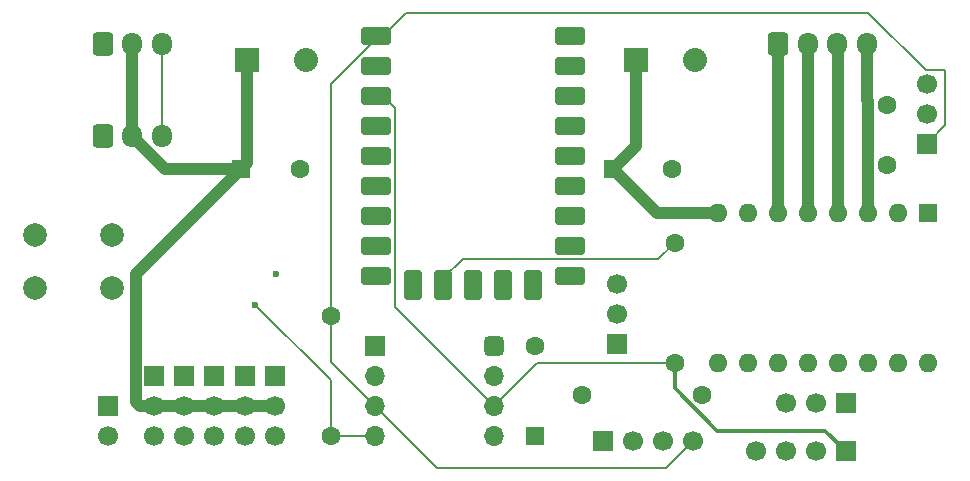
<source format=gbr>
%TF.GenerationSoftware,KiCad,Pcbnew,9.0.2-rc1*%
%TF.CreationDate,2025-05-07T10:44:18+01:00*%
%TF.ProjectId,Astro Droid BodyNeck,41737472-6f20-4447-926f-696420426f64,rev?*%
%TF.SameCoordinates,Original*%
%TF.FileFunction,Copper,L1,Top*%
%TF.FilePolarity,Positive*%
%FSLAX46Y46*%
G04 Gerber Fmt 4.6, Leading zero omitted, Abs format (unit mm)*
G04 Created by KiCad (PCBNEW 9.0.2-rc1) date 2025-05-07 10:44:18*
%MOMM*%
%LPD*%
G01*
G04 APERTURE LIST*
G04 Aperture macros list*
%AMRoundRect*
0 Rectangle with rounded corners*
0 $1 Rounding radius*
0 $2 $3 $4 $5 $6 $7 $8 $9 X,Y pos of 4 corners*
0 Add a 4 corners polygon primitive as box body*
4,1,4,$2,$3,$4,$5,$6,$7,$8,$9,$2,$3,0*
0 Add four circle primitives for the rounded corners*
1,1,$1+$1,$2,$3*
1,1,$1+$1,$4,$5*
1,1,$1+$1,$6,$7*
1,1,$1+$1,$8,$9*
0 Add four rect primitives between the rounded corners*
20,1,$1+$1,$2,$3,$4,$5,0*
20,1,$1+$1,$4,$5,$6,$7,0*
20,1,$1+$1,$6,$7,$8,$9,0*
20,1,$1+$1,$8,$9,$2,$3,0*%
G04 Aperture macros list end*
%TA.AperFunction,ComponentPad*%
%ADD10C,1.600000*%
%TD*%
%TA.AperFunction,ComponentPad*%
%ADD11RoundRect,0.250000X-0.550000X-0.550000X0.550000X-0.550000X0.550000X0.550000X-0.550000X0.550000X0*%
%TD*%
%TA.AperFunction,ComponentPad*%
%ADD12R,1.700000X1.700000*%
%TD*%
%TA.AperFunction,ComponentPad*%
%ADD13C,1.700000*%
%TD*%
%TA.AperFunction,ComponentPad*%
%ADD14C,2.000000*%
%TD*%
%TA.AperFunction,ComponentPad*%
%ADD15RoundRect,0.400000X-0.900000X-0.400000X0.900000X-0.400000X0.900000X0.400000X-0.900000X0.400000X0*%
%TD*%
%TA.AperFunction,ComponentPad*%
%ADD16RoundRect,0.400050X-0.899950X-0.400050X0.899950X-0.400050X0.899950X0.400050X-0.899950X0.400050X0*%
%TD*%
%TA.AperFunction,ComponentPad*%
%ADD17RoundRect,0.400000X-0.400000X-0.900000X0.400000X-0.900000X0.400000X0.900000X-0.400000X0.900000X0*%
%TD*%
%TA.AperFunction,ComponentPad*%
%ADD18RoundRect,0.393700X-0.393700X-0.906300X0.393700X-0.906300X0.393700X0.906300X-0.393700X0.906300X0*%
%TD*%
%TA.AperFunction,ComponentPad*%
%ADD19RoundRect,0.250000X0.550000X-0.550000X0.550000X0.550000X-0.550000X0.550000X-0.550000X-0.550000X0*%
%TD*%
%TA.AperFunction,ComponentPad*%
%ADD20RoundRect,0.250000X-0.600000X-0.725000X0.600000X-0.725000X0.600000X0.725000X-0.600000X0.725000X0*%
%TD*%
%TA.AperFunction,ComponentPad*%
%ADD21O,1.700000X1.950000*%
%TD*%
%TA.AperFunction,ComponentPad*%
%ADD22O,1.700000X1.700000*%
%TD*%
%TA.AperFunction,ComponentPad*%
%ADD23RoundRect,0.425000X-0.425000X-0.425000X0.425000X-0.425000X0.425000X0.425000X-0.425000X0.425000X0*%
%TD*%
%TA.AperFunction,ComponentPad*%
%ADD24R,2.032000X2.032000*%
%TD*%
%TA.AperFunction,ComponentPad*%
%ADD25C,2.032000*%
%TD*%
%TA.AperFunction,ComponentPad*%
%ADD26R,1.600000X1.600000*%
%TD*%
%TA.AperFunction,ComponentPad*%
%ADD27O,1.600000X1.600000*%
%TD*%
%TA.AperFunction,ViaPad*%
%ADD28C,0.600000*%
%TD*%
%TA.AperFunction,Conductor*%
%ADD29C,0.300000*%
%TD*%
%TA.AperFunction,Conductor*%
%ADD30C,0.200000*%
%TD*%
%TA.AperFunction,Conductor*%
%ADD31C,1.000000*%
%TD*%
G04 APERTURE END LIST*
D10*
%TO.P,C3,2*%
%TO.N,GNDA*%
X68129349Y-69850000D03*
D11*
%TO.P,C3,1*%
%TO.N,+6V*%
X63129349Y-69850000D03*
%TD*%
D12*
%TO.P,WS2812B-1,1,Out*%
%TO.N,Net-(WS2812B-1-Out)*%
X93780000Y-92860000D03*
D13*
%TO.P,WS2812B-1,2,Gnd*%
%TO.N,GND*%
X96320000Y-92860000D03*
%TO.P,WS2812B-1,3,In*%
%TO.N,Net-(WS2812B-1-In)*%
X98860000Y-92860000D03*
%TO.P,WS2812B-1,4,VDD*%
%TO.N,+5V*%
X101400000Y-92860000D03*
%TD*%
D12*
%TO.P,J6,1,Pin_1*%
%TO.N,+3V3*%
X114300000Y-93760000D03*
D13*
%TO.P,J6,2,Pin_2*%
%TO.N,/step_sleep*%
X111760000Y-93760000D03*
%TO.P,J6,3,Pin_3*%
%TO.N,GND*%
X109220000Y-93760000D03*
%TO.P,J6,4,Pin_4*%
X106680000Y-93760000D03*
%TD*%
D12*
%TO.P,J5,1,Pin_1*%
%TO.N,+3V3*%
X114300000Y-89662000D03*
D13*
%TO.P,J5,2,Pin_2*%
%TO.N,/step_sleep*%
X111760000Y-89662000D03*
%TO.P,J5,3,Pin_3*%
%TO.N,GND*%
X109220000Y-89662000D03*
%TD*%
D10*
%TO.P,C1,1*%
%TO.N,GND*%
X117805200Y-69494400D03*
%TO.P,C1,2*%
%TO.N,/hall_sensor*%
X117805200Y-64494400D03*
%TD*%
D14*
%TO.P,SW1,1,A*%
%TO.N,/sw*%
X45645000Y-75474000D03*
X52145000Y-75474000D03*
%TO.P,SW1,2,B*%
%TO.N,GND*%
X45645000Y-79974000D03*
X52145000Y-79974000D03*
%TD*%
D15*
%TO.P,RZ1,0,GP0*%
%TO.N,/TX*%
X90961000Y-58599000D03*
%TO.P,RZ1,1,GP1*%
%TO.N,/RX*%
X90961000Y-61139000D03*
%TO.P,RZ1,2,GP2*%
%TO.N,/step_step*%
X90961000Y-63679000D03*
%TO.P,RZ1,3,GP3*%
X90961000Y-66219000D03*
%TO.P,RZ1,4,GP4*%
%TO.N,/step_dir*%
X90961000Y-68759000D03*
D16*
%TO.P,RZ1,5,GP5*%
%TO.N,/PWM2B*%
X90961000Y-71299000D03*
%TO.P,RZ1,6,GP6*%
%TO.N,/step_sleep*%
X90961000Y-73839000D03*
%TO.P,RZ1,7,GP7*%
%TO.N,/PWM3B*%
X90961000Y-76379000D03*
%TO.P,RZ1,8,GP8*%
%TO.N,Net-(D2-A)*%
X90961000Y-78919000D03*
D17*
%TO.P,RZ1,9,GP9*%
%TO.N,/BusServoSig*%
X87821000Y-79729000D03*
D18*
%TO.P,RZ1,10,GP10*%
%TO.N,/WS2812B*%
X85281000Y-79729000D03*
%TO.P,RZ1,11,GP11*%
%TO.N,/PWM5B*%
X82741000Y-79729000D03*
%TO.P,RZ1,12,GP12*%
%TO.N,/hall_sensor*%
X80201000Y-79729000D03*
%TO.P,RZ1,13,GP13*%
%TO.N,/PWM6B*%
X77661000Y-79729000D03*
D16*
%TO.P,RZ1,14,GP14*%
%TO.N,/sw*%
X74521000Y-78919000D03*
%TO.P,RZ1,15,GP15*%
%TO.N,/PWM7B*%
X74521000Y-76379000D03*
%TO.P,RZ1,26,GP26*%
%TO.N,/step_m0*%
X74521000Y-73839000D03*
%TO.P,RZ1,27,GP27*%
%TO.N,/step_m1*%
X74521000Y-71299000D03*
%TO.P,RZ1,28,GP28*%
%TO.N,/step_m2*%
X74521000Y-68759000D03*
%TO.P,RZ1,29,GP29*%
%TO.N,unconnected-(RZ1-GP29-Pad29)*%
X74521000Y-66219000D03*
%TO.P,RZ1,30,3V3*%
%TO.N,+3V3*%
X74521000Y-63679000D03*
%TO.P,RZ1,31,GND*%
%TO.N,GND*%
X74521000Y-61139000D03*
%TO.P,RZ1,32,5V*%
%TO.N,+5V*%
X74521000Y-58599000D03*
%TD*%
D10*
%TO.P,R1,1*%
%TO.N,+5V*%
X70680000Y-82310000D03*
%TO.P,R1,2*%
%TO.N,/BusServoSigH*%
X70680000Y-92470000D03*
%TD*%
D19*
%TO.P,D2,1,K*%
%TO.N,/BusServoSig*%
X88011000Y-92506800D03*
D10*
%TO.P,D2,2,A*%
%TO.N,Net-(D2-A)*%
X88011000Y-84886800D03*
%TD*%
D13*
%TO.P,SV5,3,Pin_3*%
%TO.N,GNDA*%
X63398400Y-92456000D03*
%TO.P,SV5,2,Pin_2*%
%TO.N,+6V*%
X63398400Y-89916000D03*
D12*
%TO.P,SV5,1,Pin_1*%
%TO.N,/PWM6B*%
X63398400Y-87376000D03*
%TD*%
D10*
%TO.P,R3,1*%
%TO.N,+3V3*%
X99800000Y-86270000D03*
%TO.P,R3,2*%
%TO.N,/hall_sensor*%
X99800000Y-76110000D03*
%TD*%
D12*
%TO.P,J4,1,Pin_1*%
%TO.N,+5V*%
X121158000Y-67767200D03*
D13*
%TO.P,J4,2,Pin_2*%
%TO.N,GND*%
X121158000Y-65227200D03*
%TO.P,J4,3,Pin_3*%
%TO.N,/hall_sensor*%
X121158000Y-62687200D03*
%TD*%
D20*
%TO.P,J1,1,Pin_1*%
%TO.N,Net-(A1-B2)*%
X108578000Y-59256000D03*
D21*
%TO.P,J1,2,Pin_2*%
%TO.N,Net-(A1-B1)*%
X111078000Y-59256000D03*
%TO.P,J1,3,Pin_3*%
%TO.N,Net-(A1-A1)*%
X113578000Y-59256000D03*
%TO.P,J1,4,Pin_4*%
%TO.N,Net-(A1-A2)*%
X116078000Y-59256000D03*
%TD*%
D13*
%TO.P,SV3,3,Pin_3*%
%TO.N,GNDA*%
X60833000Y-92456000D03*
%TO.P,SV3,2,Pin_2*%
%TO.N,+6V*%
X60833000Y-89916000D03*
D12*
%TO.P,SV3,1,Pin_1*%
%TO.N,/PWM5B*%
X60833000Y-87376000D03*
%TD*%
D20*
%TO.P,BS2,1,Pin_1*%
%TO.N,GNDA*%
X51388000Y-67056000D03*
D21*
%TO.P,BS2,2,Pin_2*%
%TO.N,+6V*%
X53888000Y-67056000D03*
%TO.P,BS2,3,Pin_3*%
%TO.N,/BusServoSigH*%
X56388000Y-67056000D03*
%TD*%
D12*
%TO.P,SV2,1,Pin_1*%
%TO.N,/PWM3B*%
X58293000Y-87376000D03*
D13*
%TO.P,SV2,2,Pin_2*%
%TO.N,+6V*%
X58293000Y-89916000D03*
%TO.P,SV2,3,Pin_3*%
%TO.N,GNDA*%
X58293000Y-92456000D03*
%TD*%
%TO.P,SV4,3,Pin_3*%
%TO.N,GNDA*%
X65938400Y-92456000D03*
%TO.P,SV4,2,Pin_2*%
%TO.N,+6V*%
X65938400Y-89916000D03*
D12*
%TO.P,SV4,1,Pin_1*%
%TO.N,/PWM7B*%
X65938400Y-87376000D03*
%TD*%
D13*
%TO.P,SV1,3,Pin_3*%
%TO.N,GNDA*%
X55753000Y-92456000D03*
%TO.P,SV1,2,Pin_2*%
%TO.N,+6V*%
X55753000Y-89916000D03*
D12*
%TO.P,SV1,1,Pin_1*%
%TO.N,/PWM2B*%
X55753000Y-87376000D03*
%TD*%
D10*
%TO.P,R2,1*%
%TO.N,/WS2812BH*%
X91998800Y-89001600D03*
%TO.P,R2,2*%
%TO.N,Net-(WS2812B-1-In)*%
X102158800Y-89001600D03*
%TD*%
D12*
%TO.P,U1,1,HV2*%
%TO.N,/WS2812BH*%
X74422000Y-84836000D03*
D22*
%TO.P,U1,2,GND*%
%TO.N,GND*%
X74422000Y-87376000D03*
%TO.P,U1,3,HV*%
%TO.N,+5V*%
X74422000Y-89916000D03*
%TO.P,U1,4,HV1*%
%TO.N,/BusServoSigH*%
X74422000Y-92456000D03*
%TO.P,U1,5,LV1*%
%TO.N,/BusServoSig*%
X84480400Y-92487200D03*
%TO.P,U1,6,LV*%
%TO.N,+3V3*%
X84480400Y-89947200D03*
%TO.P,U1,7,GND*%
%TO.N,GND*%
X84480400Y-87407200D03*
D23*
%TO.P,U1,8,LV2*%
%TO.N,/WS2812B*%
X84480400Y-84867200D03*
%TD*%
D11*
%TO.P,C2,1*%
%TO.N,+12V*%
X94625349Y-69850000D03*
D10*
%TO.P,C2,2*%
%TO.N,GNDA*%
X99625349Y-69850000D03*
%TD*%
D24*
%TO.P,P2,1,Pin_1*%
%TO.N,+12V*%
X96560640Y-60681220D03*
D25*
%TO.P,P2,2,Pin_2*%
%TO.N,GNDA*%
X101559360Y-60681220D03*
%TD*%
D24*
%TO.P,P3,1,Pin_1*%
%TO.N,+6V*%
X63606680Y-60681220D03*
D25*
%TO.P,P3,2,Pin_2*%
%TO.N,GNDA*%
X68605400Y-60681220D03*
%TD*%
D12*
%TO.P,J2,1,Pin_1*%
%TO.N,/TX*%
X94920000Y-84660000D03*
D13*
%TO.P,J2,2,Pin_2*%
%TO.N,/RX*%
X94920000Y-82120000D03*
%TO.P,J2,3,Pin_3*%
%TO.N,GND*%
X94920000Y-79580000D03*
%TD*%
D26*
%TO.P,A1,1,GND*%
%TO.N,GND*%
X121259600Y-73558400D03*
D27*
%TO.P,A1,2,~{FLT}*%
%TO.N,unconnected-(A1-~{FLT}-Pad2)*%
X118719600Y-73558400D03*
%TO.P,A1,3,A2*%
%TO.N,Net-(A1-A2)*%
X116179600Y-73558400D03*
%TO.P,A1,4,A1*%
%TO.N,Net-(A1-A1)*%
X113639600Y-73558400D03*
%TO.P,A1,5,B1*%
%TO.N,Net-(A1-B1)*%
X111099600Y-73558400D03*
%TO.P,A1,6,B2*%
%TO.N,Net-(A1-B2)*%
X108559600Y-73558400D03*
%TO.P,A1,7,GND*%
%TO.N,GNDA*%
X106019600Y-73558400D03*
%TO.P,A1,8,VMOT*%
%TO.N,+12V*%
X103479600Y-73558400D03*
%TO.P,A1,9,~{EN}*%
%TO.N,GND*%
X103479600Y-86258400D03*
%TO.P,A1,10,M0*%
%TO.N,/step_m0*%
X106019600Y-86258400D03*
%TO.P,A1,11,M1*%
%TO.N,/step_m1*%
X108559600Y-86258400D03*
%TO.P,A1,12,M2*%
%TO.N,/step_m2*%
X111099600Y-86258400D03*
%TO.P,A1,13,~{RST}*%
%TO.N,+3V3*%
X113639600Y-86258400D03*
%TO.P,A1,14,~{SLP}*%
%TO.N,/step_sleep*%
X116179600Y-86258400D03*
%TO.P,A1,15,STEP*%
%TO.N,/step_step*%
X118719600Y-86258400D03*
%TO.P,A1,16,DIR*%
%TO.N,/step_dir*%
X121259600Y-86258400D03*
%TD*%
D20*
%TO.P,BS1,1,Pin_1*%
%TO.N,GNDA*%
X51388000Y-59256000D03*
D21*
%TO.P,BS1,2,Pin_2*%
%TO.N,+6V*%
X53888000Y-59256000D03*
%TO.P,BS1,3,Pin_3*%
%TO.N,/BusServoSigH*%
X56388000Y-59256000D03*
%TD*%
D12*
%TO.P,J3,1,Pin_1*%
%TO.N,GND*%
X51866800Y-89916000D03*
D13*
%TO.P,J3,2,Pin_2*%
%TO.N,GNDA*%
X51866800Y-92456000D03*
%TD*%
D28*
%TO.N,/BusServoSigH*%
X64270000Y-81360000D03*
%TO.N,/sw*%
X66040000Y-78740000D03*
%TD*%
D29*
%TO.N,+3V3*%
X114300000Y-93760000D02*
X112580000Y-92040000D01*
X112580000Y-92040000D02*
X103428018Y-92040000D01*
X103428018Y-92040000D02*
X99800000Y-88411982D01*
X99800000Y-88411982D02*
X99800000Y-86270000D01*
D30*
%TO.N,/BusServoSigH*%
X70680000Y-92470000D02*
X70770000Y-92470000D01*
X70784000Y-92456000D02*
X74422000Y-92456000D01*
X70770000Y-92470000D02*
X70784000Y-92456000D01*
X64270000Y-81360000D02*
X70680000Y-87770000D01*
X70680000Y-87770000D02*
X70680000Y-92470000D01*
X56388000Y-59256000D02*
X56388000Y-67056000D01*
%TO.N,+5V*%
X101400000Y-92860000D02*
X99042000Y-95218000D01*
X99042000Y-95218000D02*
X79724000Y-95218000D01*
X79724000Y-95218000D02*
X74422000Y-89916000D01*
X70680000Y-82310000D02*
X70680000Y-86174000D01*
X70680000Y-86174000D02*
X74422000Y-89916000D01*
X75121000Y-58599000D02*
X74769564Y-58599000D01*
X74769564Y-58599000D02*
X70680000Y-62688564D01*
X70680000Y-62688564D02*
X70680000Y-82310000D01*
%TO.N,/hall_sensor*%
X99800000Y-76110000D02*
X98429900Y-77480100D01*
X81849900Y-77480100D02*
X80201000Y-79129000D01*
X98429900Y-77480100D02*
X81849900Y-77480100D01*
%TO.N,+5V*%
X75121000Y-58599000D02*
X77097000Y-56623000D01*
X77097000Y-56623000D02*
X116206447Y-56623000D01*
X121113447Y-61530000D02*
X122690000Y-61530000D01*
X116206447Y-56623000D02*
X121113447Y-61530000D01*
X122740000Y-61580000D02*
X122740000Y-66185200D01*
X122690000Y-61530000D02*
X122740000Y-61580000D01*
X122740000Y-66185200D02*
X121158000Y-67767200D01*
%TO.N,+3V3*%
X84480400Y-89947200D02*
X88157600Y-86270000D01*
X88157600Y-86270000D02*
X99800000Y-86270000D01*
X75121000Y-63679000D02*
X76122000Y-64680000D01*
X76122000Y-64680000D02*
X76122000Y-81588800D01*
X76122000Y-81588800D02*
X84480400Y-89947200D01*
D31*
%TO.N,Net-(A1-B2)*%
X108559600Y-73558400D02*
X108559600Y-59274400D01*
D30*
X108559600Y-59274400D02*
X108578000Y-59256000D01*
D31*
%TO.N,Net-(A1-B1)*%
X111099600Y-73558400D02*
X111099600Y-59277600D01*
D30*
X111099600Y-59277600D02*
X111078000Y-59256000D01*
D31*
%TO.N,Net-(A1-A1)*%
X113639600Y-73558400D02*
X113639600Y-59317600D01*
D30*
X113639600Y-59317600D02*
X113578000Y-59256000D01*
D31*
%TO.N,Net-(A1-A2)*%
X116179600Y-73558400D02*
X116179600Y-64109600D01*
X116078000Y-64008000D02*
X116078000Y-59256000D01*
X116179600Y-64109600D02*
X116078000Y-64008000D01*
D30*
X116179600Y-59357600D02*
X116078000Y-59256000D01*
D31*
%TO.N,+12V*%
X94625349Y-69850000D02*
X98333749Y-73558400D01*
X98333749Y-73558400D02*
X103479600Y-73558400D01*
X96560640Y-60681220D02*
X96560640Y-67914709D01*
X96560640Y-67914709D02*
X94625349Y-69850000D01*
%TO.N,+6V*%
X63129349Y-69850000D02*
X54202000Y-78777349D01*
X54202000Y-78777349D02*
X54202000Y-89567081D01*
X54202000Y-89567081D02*
X54550919Y-89916000D01*
X54550919Y-89916000D02*
X55753000Y-89916000D01*
X63398400Y-89916000D02*
X65938400Y-89916000D01*
X60833000Y-89916000D02*
X63398400Y-89916000D01*
X58293000Y-89916000D02*
X60833000Y-89916000D01*
X55753000Y-89916000D02*
X58293000Y-89916000D01*
X53888000Y-67056000D02*
X53888000Y-59256000D01*
X63129349Y-69850000D02*
X56682000Y-69850000D01*
X56682000Y-69850000D02*
X53888000Y-67056000D01*
X63606680Y-60681220D02*
X63606680Y-69372669D01*
X63606680Y-69372669D02*
X63129349Y-69850000D01*
%TD*%
M02*

</source>
